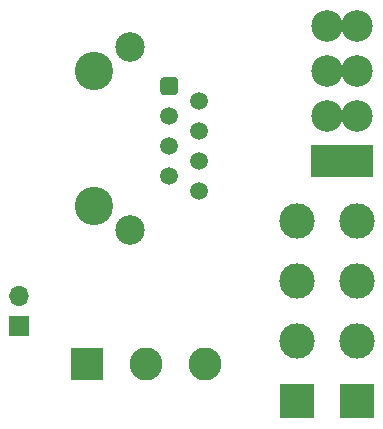
<source format=gbr>
%TF.GenerationSoftware,KiCad,Pcbnew,(5.1.9-0-10_14)*%
%TF.CreationDate,2021-06-18T10:34:29+02:00*%
%TF.ProjectId,RJ45-Terminalblock-Adapter,524a3435-2d54-4657-926d-696e616c626c,rev?*%
%TF.SameCoordinates,Original*%
%TF.FileFunction,Soldermask,Top*%
%TF.FilePolarity,Negative*%
%FSLAX46Y46*%
G04 Gerber Fmt 4.6, Leading zero omitted, Abs format (unit mm)*
G04 Created by KiCad (PCBNEW (5.1.9-0-10_14)) date 2021-06-18 10:34:29*
%MOMM*%
%LPD*%
G01*
G04 APERTURE LIST*
%ADD10C,3.000000*%
%ADD11R,3.000000X3.000000*%
%ADD12C,2.670000*%
%ADD13R,2.670000X2.670000*%
%ADD14C,3.250000*%
%ADD15C,1.500000*%
%ADD16C,2.500000*%
%ADD17R,2.800000X2.800000*%
%ADD18C,2.800000*%
%ADD19R,1.700000X1.700000*%
%ADD20O,1.700000X1.700000*%
G04 APERTURE END LIST*
D10*
%TO.C,J3*%
X104140000Y-35560000D03*
X104140000Y-40640000D03*
X104140000Y-45720000D03*
D11*
X104140000Y-50800000D03*
D10*
X99060000Y-35560000D03*
X99060000Y-40640000D03*
X99060000Y-45720000D03*
D11*
X99060000Y-50800000D03*
%TD*%
D12*
%TO.C,J4*%
X104140000Y-19050000D03*
X104140000Y-22860000D03*
X104140000Y-26670000D03*
D13*
X104140000Y-30480000D03*
X101600000Y-30480000D03*
D12*
X101600000Y-26670000D03*
X101600000Y-22860000D03*
X101600000Y-19050000D03*
%TD*%
D14*
%TO.C,J1*%
X81905000Y-34285000D03*
X81905000Y-22855000D03*
G36*
G01*
X87765500Y-23380000D02*
X88764500Y-23380000D01*
G75*
G02*
X89015000Y-23630500I0J-250500D01*
G01*
X89015000Y-24629500D01*
G75*
G02*
X88764500Y-24880000I-250500J0D01*
G01*
X87765500Y-24880000D01*
G75*
G02*
X87515000Y-24629500I0J250500D01*
G01*
X87515000Y-23630500D01*
G75*
G02*
X87765500Y-23380000I250500J0D01*
G01*
G37*
D15*
X90805000Y-25390000D03*
X88265000Y-26670000D03*
X90805000Y-27930000D03*
X88265000Y-29210000D03*
X90805000Y-30470000D03*
X88265000Y-31750000D03*
D16*
X84955000Y-20825000D03*
D15*
X90805000Y-33010000D03*
D16*
X84955000Y-36315000D03*
%TD*%
D17*
%TO.C,J2*%
X81280000Y-47625000D03*
D18*
X86280000Y-47625000D03*
X91280000Y-47625000D03*
%TD*%
D19*
%TO.C,J5*%
X75565000Y-44450000D03*
D20*
X75565000Y-41910000D03*
%TD*%
M02*

</source>
